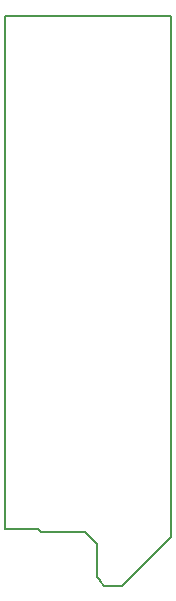
<source format=gbr>
%TF.GenerationSoftware,Altium Limited,Altium Designer,21.2.2 (38)*%
G04 Layer_Color=32896*
%FSLAX45Y45*%
%MOMM*%
%TF.SameCoordinates,97337FA2-2587-4777-A85E-210607466B5F*%
%TF.FilePolarity,Positive*%
%TF.FileFunction,Other,Dimensions*%
%TF.Part,Single*%
G01*
G75*
%TA.AperFunction,NonConductor*%
%ADD16C,0.20000*%
D16*
X1650000Y4000000D02*
Y5000000D01*
X250000Y4000000D02*
Y5000000D01*
X525000Y650000D02*
X550000Y625000D01*
X250000Y650000D02*
Y4000000D01*
X1025000Y250000D02*
X1050000Y225000D01*
Y210355D02*
Y225000D01*
Y210355D02*
X1085355Y175000D01*
X1225000D02*
X1239644D01*
X1650000Y585356D01*
X925000Y625000D02*
X1025000Y525000D01*
Y250000D02*
Y525000D01*
X250000Y650000D02*
X525000D01*
X250000Y5000000D02*
X1650000D01*
Y975000D02*
Y4000000D01*
Y585356D02*
Y975000D01*
X1085355Y175000D02*
X1225000D01*
X550000Y625000D02*
X925000D01*
%TF.MD5,c32cf2176491be3ba8818b39ebb306c0*%
M02*

</source>
